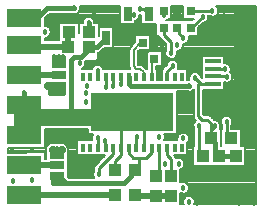
<source format=gtl>
G04 DipTrace Beta 2.3.5.2*
%INMinimOSD_MK2.GTL*%
%MOIN*%
%ADD13C,0.01*%
%ADD14C,0.015*%
%ADD15C,0.006*%
%ADD16C,0.025*%
%ADD17C,0.018*%
%ADD18C,0.02*%
%ADD19C,0.007*%
%ADD24R,0.1181X0.063*%
%ADD25R,0.05X0.025*%
%ADD28R,0.0394X0.0433*%
%ADD29R,0.0433X0.0394*%
%ADD30R,0.0315X0.0315*%
%ADD31R,0.0315X0.0472*%
%ADD32R,0.025X0.05*%
%ADD35R,0.0118X0.0315*%
%ADD36R,0.2756X0.126*%
%ADD38R,0.0531X0.0157*%
%ADD39R,0.0827X0.063*%
%ADD40R,0.0748X0.0906*%
%ADD41R,0.0748X0.0709*%
%ADD42R,0.0276X0.0295*%
%ADD48C,0.045*%
%FSLAX44Y44*%
G04*
G70*
G90*
G75*
G01*
%LNTop*%
%LPD*%
X3930Y2038D2*
D13*
Y1780D1*
X3731Y1581D1*
Y1300D1*
X4697Y2038D2*
Y2823D1*
X4313Y3207D1*
Y3219D1*
X3930Y2038D2*
Y2835D1*
X4313Y3219D1*
X700Y2450D2*
D14*
Y2942D1*
Y3083D1*
Y3450D1*
Y3250D1*
X2250D1*
X3600D1*
X4282D1*
X4313Y3219D1*
X3550Y3250D2*
D15*
X3600D1*
X4313Y3219D2*
X4519D1*
X4550Y3250D1*
X4050D1*
X3550D1*
X2850Y5400D2*
D14*
Y5330D1*
X2590Y5070D1*
X2370D1*
X2250Y4950D1*
Y3250D1*
X700Y3860D2*
Y3450D1*
X3550Y3250D2*
D16*
X3190Y2890D1*
X895D1*
Y2942D1*
X700D1*
X3550Y3250D2*
X3383Y3083D1*
X700D1*
Y3450D2*
X500Y3250D1*
Y2770D1*
X700Y2570D1*
Y2450D1*
X895Y2890D2*
X871Y2621D1*
G02X700Y2450I-171J0D01*
G01*
X3446Y5700D2*
D17*
X3430D1*
X3120Y5390D1*
X2860D1*
X2850Y5400D1*
X4953Y2038D2*
D13*
Y1873D1*
X4780Y1700D1*
X4517D1*
X4340D1*
X4185Y1855D1*
Y2038D1*
X4517Y1700D2*
Y1417D1*
X4400Y1300D1*
X1850Y4100D2*
D14*
X1500D1*
X1850D2*
D15*
Y3850D1*
X1700D1*
X1550D1*
X1800Y1083D2*
Y850D1*
X1950D1*
X1800D2*
X1650D1*
X4400Y1300D2*
D14*
X4260D1*
Y1090D1*
X4020Y850D1*
X2100D1*
X1850Y1100D1*
X1817D1*
X1800Y1083D1*
X1650Y850D2*
D15*
Y933D1*
X1800Y1083D1*
X1950Y850D2*
Y933D1*
X1800Y1083D1*
X1550Y3850D2*
D17*
X1700D1*
X1850D1*
Y4065D1*
D16*
Y4100D1*
X1700Y3850D2*
D17*
Y3950D1*
D16*
X1850Y4100D1*
X1550Y3850D2*
D17*
Y4050D1*
D16*
X1500Y4100D1*
X1850D1*
X1650Y850D2*
D17*
X1800D1*
X1950D1*
Y933D1*
D16*
X1800Y1083D1*
X1850Y3850D2*
D17*
X2000D1*
Y3950D1*
X1850Y4100D1*
X1650Y850D2*
Y933D1*
X1800Y1083D1*
Y850D2*
X2100D1*
X7750Y1081D2*
D13*
X7200D1*
X6650D1*
X7200D2*
D15*
Y1350D1*
X5209Y4400D2*
D13*
X5200Y4409D1*
Y4690D1*
X5360Y4850D1*
Y5340D1*
X5169Y5531D1*
X5044D1*
D15*
X4650Y5000D1*
X3800Y5700D2*
D13*
X3950Y5850D1*
X5050D1*
D15*
X5044Y5844D1*
Y5531D1*
X5800Y6600D2*
Y6700D1*
X7000Y5174D2*
D14*
X7004Y5170D1*
X7480D1*
X7089Y5922D2*
X7305Y6138D1*
X8053D1*
Y5115D2*
Y6138D1*
Y4209D2*
Y5115D1*
Y3185D2*
Y4209D1*
X7089Y3402D2*
X7305Y3185D1*
X8053D1*
X7480Y5170D2*
X7998D1*
G02X8053Y5115I0J-55D01*
G01*
X2930Y1140D2*
D17*
X2770D1*
X3400Y2250D2*
D13*
Y2056D1*
X3418Y2038D1*
X3162Y4400D2*
X3150D1*
Y4600D1*
X5350Y6450D2*
Y6600D1*
X3418Y4400D2*
Y4068D1*
X3930Y4400D2*
Y4160D1*
X4441Y2038D2*
Y2400D1*
X4450D1*
X2850Y6200D2*
D14*
Y5881D1*
X2869Y5900D1*
X7450Y4400D2*
D13*
X7444Y4406D1*
X7000D1*
X4697Y4400D2*
D15*
Y4543D1*
X4580Y4660D1*
X4440D1*
X4350Y4750D1*
Y5300D1*
X4581Y5531D1*
X4650D1*
X7750Y1750D2*
D14*
X7200D1*
X7080D1*
Y2201D1*
X6931Y2350D1*
D13*
Y2631D1*
X7050Y2750D1*
X7000Y4150D2*
X6610D1*
X6510D1*
Y3080D1*
X6624Y2966D1*
X6814D1*
X6931Y2849D1*
Y2350D1*
X6610Y4150D2*
X6400Y4360D1*
X4550Y6650D2*
X4709D1*
X4859Y6500D1*
X5600Y5190D2*
Y5550D1*
X5350Y5800D1*
Y6009D1*
X6000Y5700D2*
X5850Y5850D1*
Y5959D1*
X5800Y6009D1*
X6250D2*
X6259D1*
X6650Y6400D1*
X7000Y4662D2*
X7012Y4650D1*
X7400D1*
X6650Y1750D2*
X6540Y1860D1*
Y2770D1*
X7600Y2350D2*
X7450Y2500D1*
Y2900D1*
X5465Y2038D2*
Y1785D1*
X5600Y1650D1*
Y1100D1*
Y431D2*
D18*
X5100D1*
X4419D1*
X4400Y450D1*
X5209Y2038D2*
D13*
Y1209D1*
X5100Y1100D1*
X5044Y5000D2*
D15*
X4953Y4909D1*
Y4400D1*
X3674Y2038D2*
D13*
Y1824D1*
X3200Y1350D1*
Y1150D1*
X3674Y4400D2*
Y4076D1*
X4185Y4400D2*
D14*
Y4165D1*
X4250Y4100D1*
X6200D1*
X1850Y4462D2*
D18*
X1838Y4450D1*
X700D1*
X1800Y1446D2*
X704D1*
X700Y1450D1*
Y6350D2*
D14*
X1130D1*
X1460Y6680D1*
X2370D1*
X4350Y6450D2*
D13*
X4200D1*
X4150Y6500D1*
X4200Y6450D2*
D15*
X4150Y6500D1*
X5465Y4400D2*
D13*
X5460D1*
Y4580D1*
X5650Y4770D1*
X1850Y5050D2*
D15*
Y4817D1*
Y4900D1*
X2000Y5050D1*
X1650Y2000D2*
X1800D1*
Y1800D1*
X1950Y2000D2*
Y1950D1*
X1800Y1800D1*
X1650Y2000D2*
D17*
X1800D1*
X1950D2*
X1800D1*
X1650D2*
Y1950D1*
D16*
X1800Y1800D1*
X1950Y2000D2*
D17*
Y1950D1*
D16*
X1800Y1800D1*
X1850Y5050D2*
D17*
Y4835D1*
D16*
Y4817D1*
X1700Y5050D2*
D17*
X1850D1*
X2000D1*
Y4967D1*
X1850Y4817D1*
X1700Y5050D2*
Y4967D1*
X1850Y4817D1*
X700Y5450D2*
D18*
Y5400D1*
X2181D1*
Y5881D1*
X2200Y5900D1*
X3731Y450D2*
X700D1*
X6250Y6600D2*
D13*
X6980D1*
X3150Y2350D2*
X3162Y2362D1*
Y2038D1*
D17*
X1500Y4100D3*
D3*
D3*
D3*
D3*
X7200Y1350D3*
X5050Y5850D3*
X5850Y1500D3*
X1390Y5900D3*
D3*
D3*
X5800Y5460D3*
X3400Y2250D3*
X3150Y4600D3*
X5350Y6450D3*
X3418Y4068D3*
X6010Y2340D3*
X3930Y4160D3*
X2850Y6200D3*
X7450Y4400D3*
X7050Y2750D3*
X6400Y4360D3*
X4550Y6650D3*
X5600Y5190D3*
X6000Y5700D3*
X6650Y6400D3*
X7400Y4650D3*
X6540Y2770D3*
X7450Y2900D3*
X2750Y3550D3*
Y3850D3*
X950Y950D3*
D3*
D3*
D3*
X3674Y4076D3*
X6200Y4100D3*
Y230D3*
X330Y930D3*
X2800Y4100D3*
X6200Y230D3*
X330Y930D3*
D3*
D3*
X2370Y6680D3*
X4350Y6450D3*
X2370Y6680D3*
X4350Y6450D3*
X5650Y4770D3*
D3*
D3*
D3*
D3*
X1700Y5050D3*
D3*
D3*
D3*
X2550Y4850D3*
X4450Y2400D3*
X5200D3*
X1850Y5050D3*
X2000D3*
X3150Y2350D3*
X1650Y2000D3*
X1800D3*
X1950D3*
X1550Y3850D3*
X6980Y6600D3*
X1700Y3850D3*
X1850D3*
X1650Y850D3*
X1800D3*
X1950D3*
X3200Y1150D3*
X5400Y1500D3*
D48*
X3550Y3250D3*
X4050D3*
X4550D3*
D17*
X6000Y700D3*
X3020Y6550D3*
Y6370D3*
X5800Y6700D3*
X700Y3860D3*
X6800Y1260D3*
X7610Y1250D3*
X8360Y200D3*
X7870Y190D3*
X8370Y2150D3*
Y2490D3*
X8380Y690D3*
X6470Y180D3*
X7380Y6600D3*
X7480Y5170D3*
X300Y1940D3*
X960Y1950D3*
X2770Y1140D3*
X2930D3*
X2574Y6676D2*
D19*
X3878D1*
X5623D2*
X5978D1*
X7169D2*
X8438D1*
X2561Y6608D2*
X3878D1*
X5623D2*
X5978D1*
X7184D2*
X8438D1*
X2515Y6539D2*
X3878D1*
X5623D2*
X5978D1*
X7175D2*
X8438D1*
X1516Y6470D2*
X3878D1*
X5623D2*
X5978D1*
X7136D2*
X8438D1*
X1447Y6402D2*
X3878D1*
X4548D2*
X4587D1*
X5623D2*
X5978D1*
X6855D2*
X8438D1*
X1405Y6333D2*
X2697D1*
X3003D2*
X3878D1*
X4517D2*
X4587D1*
X5516D2*
X6353D1*
X6843D2*
X8438D1*
X1405Y6264D2*
X2657D1*
X3043D2*
X3878D1*
X4425D2*
X4587D1*
X6801D2*
X8438D1*
X1405Y6195D2*
X1869D1*
X3201D2*
X3878D1*
X4422D2*
X4587D1*
X6676D2*
X8438D1*
X1405Y6127D2*
X1869D1*
X3201D2*
X5078D1*
X6607D2*
X8438D1*
X1516Y6058D2*
X1869D1*
X3201D2*
X5078D1*
X6538D2*
X8438D1*
X1573Y5989D2*
X1869D1*
X3686D2*
X5078D1*
X6522D2*
X8438D1*
X1593Y5921D2*
X1869D1*
X3686D2*
X5078D1*
X6522D2*
X8438D1*
X1589Y5852D2*
X1869D1*
X3686D2*
X5078D1*
X6522D2*
X8438D1*
X1557Y5783D2*
X1848D1*
X3686D2*
X4398D1*
X4903D2*
X5078D1*
X6522D2*
X8438D1*
X1466Y5715D2*
X1848D1*
X3686D2*
X4398D1*
X4903D2*
X5210D1*
X6204D2*
X8438D1*
X1405Y5646D2*
X1848D1*
X3686D2*
X4398D1*
X4903D2*
X5274D1*
X6197D2*
X8438D1*
X3686Y5577D2*
X4398D1*
X4903D2*
X5343D1*
X6162D2*
X8438D1*
X3686Y5509D2*
X4357D1*
X4903D2*
X5412D1*
X6057D2*
X8438D1*
X3686Y5440D2*
X4288D1*
X4903D2*
X5436D1*
X6003D2*
X8438D1*
X3686Y5371D2*
X4225D1*
X4903D2*
X5436D1*
X5983D2*
X8438D1*
X3319Y5303D2*
X4205D1*
X4903D2*
X5430D1*
X5927D2*
X8438D1*
X3248Y5234D2*
X4205D1*
X4495D2*
X4792D1*
X5297D2*
X5401D1*
X5800D2*
X8438D1*
X3182Y5165D2*
X4205D1*
X4495D2*
X4792D1*
X5297D2*
X5396D1*
X5803D2*
X8438D1*
X3182Y5096D2*
X4205D1*
X4495D2*
X4792D1*
X5297D2*
X5419D1*
X5781D2*
X6619D1*
X7380D2*
X8438D1*
X3182Y5028D2*
X4205D1*
X4495D2*
X4792D1*
X5297D2*
X5479D1*
X5720D2*
X6619D1*
X7380D2*
X8438D1*
X3162Y4959D2*
X4205D1*
X4495D2*
X4792D1*
X5297D2*
X5586D1*
X5714D2*
X6619D1*
X7380D2*
X8438D1*
X2750Y4890D2*
X4205D1*
X4495D2*
X4792D1*
X5297D2*
X5486D1*
X5814D2*
X6619D1*
X7380D2*
X8438D1*
X2753Y4822D2*
X4205D1*
X4495D2*
X4792D1*
X5297D2*
X5452D1*
X5848D2*
X6619D1*
X7505D2*
X8438D1*
X2730Y4753D2*
X3017D1*
X3282D2*
X4205D1*
X4688D2*
X4792D1*
X5297D2*
X5403D1*
X5854D2*
X6619D1*
X7576D2*
X8438D1*
X2665Y4684D2*
X2964D1*
X3336D2*
X4222D1*
X4757D2*
X4809D1*
X5098D2*
X5335D1*
X5835D2*
X6619D1*
X7601D2*
X8438D1*
X5127Y4616D2*
X5291D1*
X6151D2*
X6619D1*
X7601D2*
X8438D1*
X5127Y4547D2*
X5291D1*
X6151D2*
X6329D1*
X6471D2*
X6619D1*
X7589D2*
X8438D1*
X5127Y4478D2*
X5291D1*
X6151D2*
X6234D1*
X6565D2*
X6619D1*
X7638D2*
X8438D1*
X5127Y4410D2*
X5291D1*
X6151D2*
X6202D1*
X7655D2*
X8438D1*
X5127Y4341D2*
X5291D1*
X6151D2*
X6196D1*
X7646D2*
X8438D1*
X7608Y4272D2*
X8438D1*
X7380Y4204D2*
X7421D1*
X7479D2*
X8438D1*
X7380Y4135D2*
X8438D1*
X7380Y4066D2*
X8438D1*
X7380Y3997D2*
X8438D1*
X6306Y3929D2*
X6346D1*
X6675D2*
X8438D1*
X5806Y3860D2*
X6346D1*
X6675D2*
X8438D1*
X5806Y3791D2*
X6346D1*
X6675D2*
X8438D1*
X5806Y3723D2*
X6346D1*
X6675D2*
X8438D1*
X5806Y3654D2*
X6346D1*
X6675D2*
X8438D1*
X5806Y3585D2*
X6346D1*
X6675D2*
X8438D1*
X5806Y3517D2*
X6346D1*
X6675D2*
X8438D1*
X5806Y3448D2*
X6346D1*
X6675D2*
X8438D1*
X5806Y3379D2*
X6346D1*
X6675D2*
X8438D1*
X5806Y3311D2*
X6346D1*
X6675D2*
X8438D1*
X5806Y3242D2*
X6346D1*
X6675D2*
X8438D1*
X5806Y3173D2*
X6346D1*
X6675D2*
X8438D1*
X5806Y3105D2*
X6346D1*
X6897D2*
X8438D1*
X5806Y3036D2*
X6351D1*
X6974D2*
X7299D1*
X7600D2*
X8438D1*
X5806Y2967D2*
X6393D1*
X7043D2*
X7257D1*
X7643D2*
X8438D1*
X5806Y2898D2*
X6383D1*
X7188D2*
X7245D1*
X7655D2*
X8438D1*
X5806Y2830D2*
X6345D1*
X7642D2*
X8438D1*
X5806Y2761D2*
X6336D1*
X7614D2*
X8438D1*
X5806Y2692D2*
X6351D1*
X7246D2*
X7285D1*
X7614D2*
X8438D1*
X1405Y2624D2*
X2821D1*
X5806D2*
X6375D1*
X7931D2*
X8438D1*
X1405Y2555D2*
X2821D1*
X5806D2*
X6375D1*
X7931D2*
X8438D1*
X1405Y2486D2*
X2821D1*
X5806D2*
X5870D1*
X6150D2*
X6375D1*
X7931D2*
X8438D1*
X1405Y2418D2*
X2957D1*
X5404D2*
X5821D1*
X6199D2*
X6375D1*
X7931D2*
X8438D1*
X1405Y2349D2*
X2945D1*
X5398D2*
X5805D1*
X6214D2*
X6375D1*
X7931D2*
X8438D1*
X1405Y2280D2*
X2476D1*
X6206D2*
X6375D1*
X7931D2*
X8438D1*
X1405Y2212D2*
X2476D1*
X6167D2*
X6375D1*
X7931D2*
X8438D1*
X1405Y2143D2*
X1507D1*
X2093D2*
X2476D1*
X6151D2*
X6375D1*
X7931D2*
X8438D1*
X1405Y2074D2*
X1446D1*
X2154D2*
X2476D1*
X6151D2*
X6375D1*
X7931D2*
X8438D1*
X162Y2006D2*
X1417D1*
X2183D2*
X2476D1*
X6151D2*
X6338D1*
X8062D2*
X8438D1*
X162Y1937D2*
X1411D1*
X2189D2*
X2476D1*
X6151D2*
X6338D1*
X8062D2*
X8438D1*
X2175Y1868D2*
X2476D1*
X6151D2*
X6338D1*
X8062D2*
X8438D1*
X2165Y1799D2*
X2476D1*
X6151D2*
X6338D1*
X8062D2*
X8438D1*
X2165Y1731D2*
X3351D1*
X5743D2*
X6338D1*
X8062D2*
X8438D1*
X2165Y1662D2*
X3282D1*
X5970D2*
X6338D1*
X8062D2*
X8438D1*
X2165Y1593D2*
X3213D1*
X6032D2*
X6338D1*
X8062D2*
X8438D1*
X2165Y1525D2*
X3144D1*
X6053D2*
X6338D1*
X8062D2*
X8438D1*
X2165Y1456D2*
X3077D1*
X6050D2*
X6338D1*
X8062D2*
X8438D1*
X2165Y1387D2*
X3039D1*
X6020D2*
X8438D1*
X2165Y1319D2*
X3035D1*
X5935D2*
X8438D1*
X2165Y1250D2*
X3023D1*
X5911D2*
X8438D1*
X2165Y1181D2*
X2998D1*
X5911D2*
X8438D1*
X2165Y1113D2*
X2999D1*
X5911D2*
X8438D1*
X2172Y1044D2*
X3026D1*
X5911D2*
X8438D1*
X5911Y975D2*
X8438D1*
X5911Y907D2*
X8438D1*
X6149Y838D2*
X8438D1*
X6192Y769D2*
X8438D1*
X6204Y700D2*
X8438D1*
X6192Y632D2*
X8438D1*
X6150Y563D2*
X8438D1*
X5911Y494D2*
X8438D1*
X5911Y426D2*
X6165D1*
X6235D2*
X8438D1*
X5911Y357D2*
X6042D1*
X6359D2*
X8438D1*
X5911Y288D2*
X6004D1*
X6396D2*
X8438D1*
X5911Y220D2*
X5996D1*
X6405D2*
X8438D1*
X1398Y6360D2*
Y6098D1*
X1437Y6092D1*
X1470Y6081D1*
X1501Y6064D1*
X1528Y6042D1*
X1551Y6015D1*
X1569Y5985D1*
X1581Y5952D1*
X1588Y5900D1*
X1585Y5865D1*
X1576Y5831D1*
X1561Y5800D1*
X1540Y5771D1*
X1515Y5747D1*
X1486Y5727D1*
X1455Y5713D1*
X1421Y5705D1*
X1398Y5703D1*
Y5607D1*
X1540Y5608D1*
X1855D1*
Y5787D1*
X1864Y5822D1*
X1876Y5840D1*
Y6205D1*
X2524D1*
Y5867D1*
X2545D1*
Y6205D1*
X2653D1*
X2657Y6243D1*
X2668Y6277D1*
X2684Y6307D1*
X2705Y6335D1*
X2731Y6358D1*
X2761Y6377D1*
X2794Y6390D1*
X2828Y6397D1*
X2863D1*
X2897Y6392D1*
X2930Y6381D1*
X2961Y6364D1*
X2988Y6342D1*
X3011Y6315D1*
X3029Y6285D1*
X3041Y6252D1*
X3048Y6205D1*
X3194D1*
Y5744D1*
X3213Y5763D1*
Y6058D1*
X3678D1*
Y5342D1*
X3351D1*
X3260Y5250D1*
X3233Y5228D1*
X3213Y5215D1*
X3179Y5201D1*
X3175Y5192D1*
Y5013D1*
X3168Y4979D1*
X3147Y4952D1*
X3115Y4936D1*
X3095Y4933D1*
X2729D1*
X2741Y4902D1*
X2748Y4850D1*
X2745Y4815D1*
X2736Y4781D1*
X2721Y4750D1*
X2700Y4721D1*
X2675Y4697D1*
X2646Y4677D1*
X2623Y4665D1*
X2817Y4664D1*
X2844Y4665D1*
X2963D1*
X2984Y4707D1*
X3005Y4735D1*
X3031Y4758D1*
X3061Y4777D1*
X3094Y4790D1*
X3128Y4797D1*
X3163D1*
X3197Y4792D1*
X3230Y4781D1*
X3261Y4764D1*
X3288Y4742D1*
X3311Y4715D1*
X3329Y4685D1*
X3336Y4665D1*
X3585Y4664D1*
X3612Y4665D1*
X3840Y4664D1*
X3868Y4665D1*
X4096Y4664D1*
X4124Y4665D1*
X4241D1*
X4220Y4703D1*
X4212Y4750D1*
Y5300D1*
X4217Y5335D1*
X4230Y5367D1*
X4253Y5397D1*
X4405Y5550D1*
X4404Y5787D1*
X4896D1*
Y5276D1*
X4520D1*
X4488Y5243D1*
Y4807D1*
X4498Y4797D1*
X4580Y4798D1*
X4615Y4793D1*
X4647Y4780D1*
X4677Y4757D1*
X4769Y4665D1*
X4816D1*
X4815Y4745D1*
X4798D1*
Y5255D1*
X5289D1*
Y4745D1*
X5091D1*
Y4666D1*
X5120Y4665D1*
Y4284D1*
X5299Y4283D1*
X5298Y4665D1*
X5328D1*
X5348Y4692D1*
X5454Y4798D1*
X5468Y4847D1*
X5484Y4877D1*
X5505Y4905D1*
X5531Y4928D1*
X5561Y4947D1*
X5594Y4960D1*
X5628Y4967D1*
X5663D1*
X5697Y4962D1*
X5730Y4951D1*
X5761Y4934D1*
X5788Y4912D1*
X5811Y4885D1*
X5829Y4855D1*
X5841Y4822D1*
X5848Y4770D1*
X5845Y4735D1*
X5836Y4701D1*
X5817Y4665D1*
X5888Y4664D1*
X5915Y4665D1*
X6144D1*
Y4290D1*
X6178Y4297D1*
X6212D1*
X6204Y4334D1*
X6202Y4369D1*
X6207Y4403D1*
X6218Y4437D1*
X6234Y4467D1*
X6255Y4495D1*
X6281Y4518D1*
X6311Y4537D1*
X6344Y4550D1*
X6378Y4557D1*
X6413D1*
X6447Y4552D1*
X6480Y4541D1*
X6511Y4524D1*
X6538Y4502D1*
X6561Y4475D1*
X6579Y4445D1*
X6591Y4412D1*
X6595Y4387D1*
X6627Y4356D1*
X6626Y4592D1*
Y4848D1*
Y5104D1*
X7374D1*
Y4845D1*
X7413Y4847D1*
X7447Y4842D1*
X7480Y4831D1*
X7511Y4814D1*
X7538Y4792D1*
X7561Y4765D1*
X7579Y4735D1*
X7591Y4702D1*
X7598Y4650D1*
X7595Y4615D1*
X7586Y4581D1*
X7573Y4555D1*
X7588Y4542D1*
X7611Y4515D1*
X7629Y4485D1*
X7641Y4452D1*
X7648Y4400D1*
X7645Y4365D1*
X7636Y4331D1*
X7621Y4300D1*
X7600Y4271D1*
X7575Y4247D1*
X7546Y4227D1*
X7515Y4213D1*
X7481Y4205D1*
X7446Y4202D1*
X7411Y4206D1*
X7373Y4218D1*
X7374Y4022D1*
Y3963D1*
X6668D1*
Y3145D1*
X6689Y3124D1*
X6814D1*
X6849Y3120D1*
X6882Y3109D1*
X6921Y3082D1*
X7052Y2950D1*
X7097Y2942D1*
X7130Y2931D1*
X7161Y2914D1*
X7188Y2892D1*
X7211Y2865D1*
X7229Y2835D1*
X7241Y2802D1*
X7248Y2750D1*
X7245Y2715D1*
X7236Y2681D1*
X7223Y2655D1*
X7255D1*
X7256Y2249D1*
X7263Y2201D1*
Y2075D1*
X7276Y2080D1*
Y2655D1*
X7292D1*
Y2781D1*
X7275Y2807D1*
X7262Y2840D1*
X7254Y2874D1*
X7252Y2909D1*
X7257Y2943D1*
X7268Y2977D1*
X7284Y3007D1*
X7305Y3035D1*
X7331Y3058D1*
X7361Y3077D1*
X7394Y3090D1*
X7428Y3097D1*
X7463D1*
X7497Y3092D1*
X7530Y3081D1*
X7561Y3064D1*
X7588Y3042D1*
X7611Y3015D1*
X7629Y2985D1*
X7641Y2952D1*
X7648Y2900D1*
X7645Y2865D1*
X7636Y2831D1*
X7621Y2800D1*
X7607Y2781D1*
X7608Y2654D1*
X7924Y2655D1*
Y2074D1*
X8055D1*
Y1426D1*
X7445Y1427D1*
X7330Y1426D1*
X6895Y1427D1*
X6780Y1426D1*
X6345D1*
Y2074D1*
X6381D1*
X6382Y2525D1*
Y2651D1*
X6365Y2677D1*
X6352Y2710D1*
X6344Y2744D1*
X6342Y2779D1*
X6347Y2813D1*
X6358Y2847D1*
X6374Y2877D1*
X6395Y2905D1*
X6432Y2935D1*
X6398Y2968D1*
X6377Y2996D1*
X6361Y3027D1*
X6352Y3074D1*
Y3974D1*
X6325Y3947D1*
X6296Y3927D1*
X6265Y3913D1*
X6231Y3905D1*
X6196Y3902D1*
X6161Y3906D1*
X6125Y3917D1*
X5799D1*
Y2732D1*
Y2481D1*
X5380D1*
X5391Y2452D1*
X5398Y2400D1*
X5395Y2365D1*
X5386Y2331D1*
X5372Y2303D1*
X5376Y2302D1*
X5578Y2303D1*
X5632Y2302D1*
X5659Y2303D1*
X5815D1*
X5812Y2349D1*
X5817Y2383D1*
X5828Y2417D1*
X5844Y2447D1*
X5865Y2475D1*
X5891Y2498D1*
X5921Y2517D1*
X5954Y2530D1*
X5988Y2537D1*
X6023D1*
X6057Y2532D1*
X6090Y2521D1*
X6121Y2504D1*
X6148Y2482D1*
X6171Y2455D1*
X6189Y2425D1*
X6201Y2392D1*
X6208Y2340D1*
X6205Y2305D1*
X6196Y2271D1*
X6181Y2240D1*
X6160Y2211D1*
X6144Y2195D1*
Y1773D1*
X5810Y1774D1*
X5783Y1773D1*
X5701D1*
X5733Y1734D1*
X5753Y1690D1*
X5761Y1677D1*
X5794Y1690D1*
X5828Y1697D1*
X5863D1*
X5897Y1692D1*
X5930Y1681D1*
X5961Y1664D1*
X5988Y1642D1*
X6011Y1615D1*
X6029Y1585D1*
X6041Y1552D1*
X6048Y1500D1*
X6045Y1465D1*
X6036Y1431D1*
X6021Y1400D1*
X6000Y1371D1*
X5975Y1347D1*
X5946Y1327D1*
X5905Y1311D1*
Y874D1*
X5944Y890D1*
X5978Y897D1*
X6013D1*
X6047Y892D1*
X6080Y881D1*
X6111Y864D1*
X6138Y842D1*
X6161Y815D1*
X6179Y785D1*
X6191Y752D1*
X6198Y700D1*
X6195Y665D1*
X6186Y631D1*
X6171Y600D1*
X6150Y571D1*
X6125Y547D1*
X6096Y527D1*
X6065Y513D1*
X6031Y505D1*
X5996Y502D1*
X5961Y506D1*
X5927Y516D1*
X5905Y527D1*
Y155D1*
X6016D1*
X6004Y204D1*
X6002Y239D1*
X6007Y273D1*
X6018Y307D1*
X6034Y337D1*
X6055Y365D1*
X6081Y388D1*
X6111Y407D1*
X6144Y420D1*
X6178Y427D1*
X6213D1*
X6247Y422D1*
X6280Y411D1*
X6311Y394D1*
X6338Y372D1*
X6361Y345D1*
X6379Y315D1*
X6391Y282D1*
X6398Y230D1*
X6395Y195D1*
X6382Y155D1*
X7365D1*
X8445D1*
Y6745D1*
X7114D1*
X7141Y6715D1*
X7159Y6685D1*
X7171Y6652D1*
X7178Y6600D1*
X7175Y6565D1*
X7166Y6531D1*
X7151Y6500D1*
X7130Y6471D1*
X7105Y6447D1*
X7076Y6427D1*
X7045Y6413D1*
X7011Y6405D1*
X6976Y6402D1*
X6941Y6406D1*
X6907Y6416D1*
X6876Y6432D1*
X6861Y6443D1*
X6847Y6418D1*
X6845Y6365D1*
X6836Y6331D1*
X6821Y6300D1*
X6800Y6271D1*
X6775Y6247D1*
X6746Y6227D1*
X6715Y6213D1*
X6677Y6204D1*
X6515Y6042D1*
Y5744D1*
X6193D1*
X6198Y5700D1*
X6195Y5665D1*
X6186Y5631D1*
X6171Y5600D1*
X6150Y5571D1*
X6125Y5547D1*
X6096Y5527D1*
X6065Y5513D1*
X6031Y5505D1*
X5992Y5503D1*
X5998Y5460D1*
X5995Y5425D1*
X5986Y5391D1*
X5971Y5360D1*
X5950Y5331D1*
X5925Y5307D1*
X5896Y5287D1*
X5865Y5273D1*
X5831Y5265D1*
X5784Y5264D1*
X5791Y5242D1*
X5798Y5190D1*
X5795Y5155D1*
X5786Y5121D1*
X5771Y5090D1*
X5750Y5061D1*
X5725Y5037D1*
X5696Y5017D1*
X5665Y5003D1*
X5631Y4995D1*
X5596Y4992D1*
X5561Y4996D1*
X5527Y5006D1*
X5496Y5022D1*
X5468Y5043D1*
X5444Y5068D1*
X5425Y5097D1*
X5412Y5130D1*
X5404Y5164D1*
X5402Y5199D1*
X5407Y5233D1*
X5418Y5267D1*
X5434Y5297D1*
X5443Y5309D1*
X5442Y5484D1*
X5238Y5688D1*
X5210Y5727D1*
X5195Y5744D1*
X5085D1*
Y6157D1*
X4593Y6156D1*
Y6457D1*
X4547Y6452D1*
X4545Y6415D1*
X4536Y6381D1*
X4521Y6350D1*
X4500Y6321D1*
X4475Y6297D1*
X4446Y6277D1*
X4415Y6263D1*
Y6156D1*
X3885D1*
Y6746D1*
X2600Y6745D1*
X2557D1*
X2567Y6698D1*
X2565Y6645D1*
X2556Y6611D1*
X2541Y6580D1*
X2520Y6551D1*
X2495Y6527D1*
X2466Y6507D1*
X2435Y6493D1*
X2401Y6485D1*
X2366Y6482D1*
X2331Y6486D1*
X2295Y6497D1*
X1535D1*
X1398Y6360D1*
X2158Y1846D2*
X2157Y1567D1*
X2158Y1538D1*
X2157Y1213D1*
X2158Y1141D1*
Y1050D1*
X2205Y1033D1*
X3042D1*
X3025Y1057D1*
X3012Y1090D1*
X3004Y1124D1*
X3002Y1159D1*
X3007Y1193D1*
X3018Y1227D1*
X3034Y1257D1*
X3043Y1269D1*
X3042Y1350D1*
X3046Y1385D1*
X3057Y1418D1*
X3084Y1457D1*
X3400Y1773D1*
X3251D1*
X2995D1*
X2739D1*
X2483D1*
Y2303D1*
X2817Y2302D1*
X2844Y2303D1*
X2959D1*
X2954Y2324D1*
X2952Y2359D1*
X2957Y2393D1*
X2968Y2427D1*
X2984Y2457D1*
X3002Y2481D1*
X2828D1*
Y2657D1*
X1397D1*
X1398Y2418D1*
Y2027D1*
X155D1*
Y1872D1*
X1398Y1873D1*
Y1653D1*
X1443D1*
Y1678D1*
X1442Y1707D1*
Y1846D1*
X1430Y1874D1*
X1421Y1907D1*
X1417Y1942D1*
X1419Y1977D1*
X1425Y2011D1*
X1437Y2044D1*
X1454Y2075D1*
X1475Y2103D1*
X1528Y2156D1*
X1557Y2175D1*
X1590Y2188D1*
X1624Y2196D1*
X1720Y2198D1*
X1950D1*
X1985Y2195D1*
X2019Y2186D1*
X2050Y2171D1*
X2079Y2150D1*
X2128Y2100D1*
X2148Y2072D1*
X2164Y2041D1*
X2175Y2008D1*
X2182Y1973D1*
X2183Y1939D1*
X2178Y1904D1*
X2169Y1870D1*
X2157Y1845D1*
X6361Y6335D2*
X5985D1*
Y6745D1*
X5615D1*
Y6335D1*
X5511D1*
X5475Y6297D1*
X5439Y6274D1*
X5615Y6275D1*
X6065D1*
X6301D1*
X6362Y6335D1*
X1397Y6097D2*
X1437Y6092D1*
X1470Y6081D1*
X1501Y6064D1*
X1528Y6042D1*
X1551Y6015D1*
X1569Y5985D1*
X1581Y5952D1*
X1588Y5900D1*
X1585Y5865D1*
X1576Y5831D1*
X1561Y5800D1*
X1540Y5771D1*
X1515Y5747D1*
X1486Y5727D1*
X1455Y5713D1*
X1421Y5705D1*
X1398Y5703D1*
X1397Y6097D2*
X1437Y6092D1*
X1470Y6081D1*
X1501Y6064D1*
X1528Y6042D1*
X1551Y6015D1*
X1569Y5985D1*
X1581Y5952D1*
X1588Y5900D1*
X1585Y5865D1*
X1576Y5831D1*
X1561Y5800D1*
X1540Y5771D1*
X1515Y5747D1*
X1486Y5727D1*
X1455Y5713D1*
X1421Y5705D1*
X1398Y5703D1*
X6018Y154D2*
X6012Y170D1*
X6004Y204D1*
X6002Y239D1*
X6007Y273D1*
X6018Y307D1*
X6034Y337D1*
X6055Y365D1*
X6081Y388D1*
X6111Y407D1*
X6144Y420D1*
X6178Y427D1*
X6213D1*
X6247Y422D1*
X6280Y411D1*
X6311Y394D1*
X6338Y372D1*
X6361Y345D1*
X6379Y315D1*
X6391Y282D1*
X6398Y230D1*
X6395Y195D1*
X6382Y155D1*
X2556Y6745D2*
X2561Y6732D1*
X2568Y6680D1*
X2565Y6645D1*
X2556Y6611D1*
X2541Y6580D1*
X2520Y6551D1*
X2495Y6527D1*
X2466Y6507D1*
X2435Y6493D1*
X2401Y6485D1*
X2366Y6482D1*
X2331Y6486D1*
X2295Y6497D1*
X5455Y4797D2*
X5457Y4813D1*
X5468Y4847D1*
X5484Y4877D1*
X5505Y4905D1*
X5531Y4928D1*
X5561Y4947D1*
X5594Y4960D1*
X5628Y4967D1*
X5663D1*
X5697Y4962D1*
X5730Y4951D1*
X5761Y4934D1*
X5788Y4912D1*
X5811Y4885D1*
X5829Y4855D1*
X5841Y4822D1*
X5848Y4770D1*
X5845Y4735D1*
X5836Y4701D1*
X5818Y4665D1*
X5880D1*
X5455Y4797D2*
X5457Y4813D1*
X5468Y4847D1*
X5484Y4877D1*
X5505Y4905D1*
X5531Y4928D1*
X5561Y4947D1*
X5594Y4960D1*
X5628Y4967D1*
X5663D1*
X5697Y4962D1*
X5730Y4951D1*
X5761Y4934D1*
X5788Y4912D1*
X5811Y4885D1*
X5829Y4855D1*
X5841Y4822D1*
X5848Y4770D1*
X5845Y4735D1*
X5836Y4701D1*
X5817Y4665D1*
X5455Y4797D2*
X5457Y4813D1*
X5468Y4847D1*
X5484Y4877D1*
X5505Y4905D1*
X5531Y4928D1*
X5561Y4947D1*
X5594Y4960D1*
X5628Y4967D1*
X5663D1*
X5697Y4962D1*
X5730Y4951D1*
X5761Y4934D1*
X5788Y4912D1*
X5811Y4885D1*
X5829Y4855D1*
X5841Y4822D1*
X5848Y4770D1*
X5845Y4735D1*
X5836Y4701D1*
X5817Y4665D1*
X5455Y4797D2*
X5457Y4813D1*
X5468Y4847D1*
X5484Y4877D1*
X5505Y4905D1*
X5531Y4928D1*
X5561Y4947D1*
X5594Y4960D1*
X5628Y4967D1*
X5663D1*
X5697Y4962D1*
X5730Y4951D1*
X5761Y4934D1*
X5788Y4912D1*
X5811Y4885D1*
X5829Y4855D1*
X5841Y4822D1*
X5848Y4770D1*
X5845Y4735D1*
X5836Y4701D1*
X5817Y4665D1*
D24*
X700Y6350D3*
D25*
X1800Y1800D3*
Y1446D3*
Y1083D3*
X1850Y4817D3*
Y4462D3*
Y4100D3*
D24*
X700Y2450D3*
Y1450D3*
Y450D3*
Y3450D3*
Y4450D3*
Y5450D3*
D29*
X2200Y5900D3*
X2869D3*
X4400Y1300D3*
X3731D3*
D28*
X5600Y1100D3*
Y431D3*
X5100Y1100D3*
Y431D3*
X6650Y1750D3*
Y1081D3*
X7750Y1750D3*
Y1081D3*
X7200Y1750D3*
Y1081D3*
D30*
X6250Y6600D3*
Y6009D3*
X5350Y6600D3*
Y6009D3*
X5800Y6600D3*
Y6009D3*
D31*
X4150Y6500D3*
X4859D3*
D32*
X3800Y5700D3*
X3446D3*
D35*
X2650Y4400D3*
X2906D3*
X3162D3*
X3418D3*
X3674D3*
X3930D3*
X4185D3*
X4441D3*
X4697D3*
X4953D3*
X5209D3*
X5465D3*
X5721D3*
X5977D3*
Y2038D3*
X5721D3*
X5465D3*
X5209D3*
X4953D3*
X4697D3*
X4441D3*
X4185D3*
X3930D3*
X3674D3*
X3418D3*
X3162D3*
X2906D3*
X2650D3*
D36*
X4313Y3219D3*
D38*
X7000Y4150D3*
Y4406D3*
Y4662D3*
Y4918D3*
Y5174D3*
D39*
X7089Y3402D3*
Y5922D3*
D40*
X8053Y3185D3*
Y6138D3*
D41*
Y4209D3*
Y5115D3*
D42*
X4650Y5000D3*
Y5531D3*
X5044D3*
Y5000D3*
D29*
X2850Y5400D3*
X2181D3*
X4400Y450D3*
X3731D3*
X7600Y2350D3*
X6931D3*
M02*

</source>
